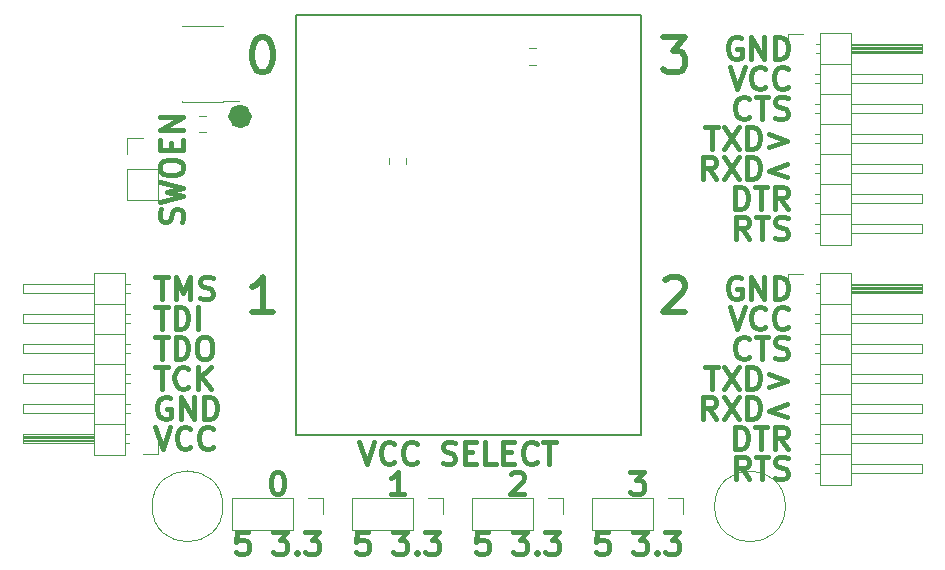
<source format=gbr>
G04 #@! TF.GenerationSoftware,KiCad,Pcbnew,5.1.7-a382d34a8~88~ubuntu20.04.1*
G04 #@! TF.CreationDate,2021-06-05T17:46:56-07:00*
G04 #@! TF.ProjectId,ft4232h-breakout,66743432-3332-4682-9d62-7265616b6f75,Jun2021*
G04 #@! TF.SameCoordinates,Original*
G04 #@! TF.FileFunction,Legend,Top*
G04 #@! TF.FilePolarity,Positive*
%FSLAX46Y46*%
G04 Gerber Fmt 4.6, Leading zero omitted, Abs format (unit mm)*
G04 Created by KiCad (PCBNEW 5.1.7-a382d34a8~88~ubuntu20.04.1) date 2021-06-05 17:46:56*
%MOMM*%
%LPD*%
G01*
G04 APERTURE LIST*
%ADD10C,0.400000*%
%ADD11C,1.000000*%
%ADD12C,0.500000*%
%ADD13C,0.120000*%
%ADD14C,0.200000*%
G04 APERTURE END LIST*
D10*
X90736190Y-118339523D02*
X91369523Y-120239523D01*
X92002857Y-118339523D01*
X93721904Y-120058571D02*
X93631428Y-120149047D01*
X93360000Y-120239523D01*
X93179047Y-120239523D01*
X92907619Y-120149047D01*
X92726666Y-119968095D01*
X92636190Y-119787142D01*
X92545714Y-119425238D01*
X92545714Y-119153809D01*
X92636190Y-118791904D01*
X92726666Y-118610952D01*
X92907619Y-118430000D01*
X93179047Y-118339523D01*
X93360000Y-118339523D01*
X93631428Y-118430000D01*
X93721904Y-118520476D01*
X95621904Y-120058571D02*
X95531428Y-120149047D01*
X95260000Y-120239523D01*
X95079047Y-120239523D01*
X94807619Y-120149047D01*
X94626666Y-119968095D01*
X94536190Y-119787142D01*
X94445714Y-119425238D01*
X94445714Y-119153809D01*
X94536190Y-118791904D01*
X94626666Y-118610952D01*
X94807619Y-118430000D01*
X95079047Y-118339523D01*
X95260000Y-118339523D01*
X95531428Y-118430000D01*
X95621904Y-118520476D01*
X97793333Y-120149047D02*
X98064761Y-120239523D01*
X98517142Y-120239523D01*
X98698095Y-120149047D01*
X98788571Y-120058571D01*
X98879047Y-119877619D01*
X98879047Y-119696666D01*
X98788571Y-119515714D01*
X98698095Y-119425238D01*
X98517142Y-119334761D01*
X98155238Y-119244285D01*
X97974285Y-119153809D01*
X97883809Y-119063333D01*
X97793333Y-118882380D01*
X97793333Y-118701428D01*
X97883809Y-118520476D01*
X97974285Y-118430000D01*
X98155238Y-118339523D01*
X98607619Y-118339523D01*
X98879047Y-118430000D01*
X99693333Y-119244285D02*
X100326666Y-119244285D01*
X100598095Y-120239523D02*
X99693333Y-120239523D01*
X99693333Y-118339523D01*
X100598095Y-118339523D01*
X102317142Y-120239523D02*
X101412380Y-120239523D01*
X101412380Y-118339523D01*
X102950476Y-119244285D02*
X103583809Y-119244285D01*
X103855238Y-120239523D02*
X102950476Y-120239523D01*
X102950476Y-118339523D01*
X103855238Y-118339523D01*
X105755238Y-120058571D02*
X105664761Y-120149047D01*
X105393333Y-120239523D01*
X105212380Y-120239523D01*
X104940952Y-120149047D01*
X104760000Y-119968095D01*
X104669523Y-119787142D01*
X104579047Y-119425238D01*
X104579047Y-119153809D01*
X104669523Y-118791904D01*
X104760000Y-118610952D01*
X104940952Y-118430000D01*
X105212380Y-118339523D01*
X105393333Y-118339523D01*
X105664761Y-118430000D01*
X105755238Y-118520476D01*
X106298095Y-118339523D02*
X107383809Y-118339523D01*
X106840952Y-120239523D02*
X106840952Y-118339523D01*
X75699047Y-99728571D02*
X75789523Y-99457142D01*
X75789523Y-99004761D01*
X75699047Y-98823809D01*
X75608571Y-98733333D01*
X75427619Y-98642857D01*
X75246666Y-98642857D01*
X75065714Y-98733333D01*
X74975238Y-98823809D01*
X74884761Y-99004761D01*
X74794285Y-99366666D01*
X74703809Y-99547619D01*
X74613333Y-99638095D01*
X74432380Y-99728571D01*
X74251428Y-99728571D01*
X74070476Y-99638095D01*
X73980000Y-99547619D01*
X73889523Y-99366666D01*
X73889523Y-98914285D01*
X73980000Y-98642857D01*
X73889523Y-98009523D02*
X75789523Y-97557142D01*
X74432380Y-97195238D01*
X75789523Y-96833333D01*
X73889523Y-96380952D01*
X73889523Y-95295238D02*
X73889523Y-94933333D01*
X73980000Y-94752380D01*
X74160952Y-94571428D01*
X74522857Y-94480952D01*
X75156190Y-94480952D01*
X75518095Y-94571428D01*
X75699047Y-94752380D01*
X75789523Y-94933333D01*
X75789523Y-95295238D01*
X75699047Y-95476190D01*
X75518095Y-95657142D01*
X75156190Y-95747619D01*
X74522857Y-95747619D01*
X74160952Y-95657142D01*
X73980000Y-95476190D01*
X73889523Y-95295238D01*
X74794285Y-93666666D02*
X74794285Y-93033333D01*
X75789523Y-92761904D02*
X75789523Y-93666666D01*
X73889523Y-93666666D01*
X73889523Y-92761904D01*
X75789523Y-91947619D02*
X73889523Y-91947619D01*
X75789523Y-90861904D01*
X73889523Y-90861904D01*
D11*
X81145000Y-90805000D02*
G75*
G03*
X81145000Y-90805000I-500000J0D01*
G01*
D12*
X82407142Y-84082142D02*
X82692857Y-84082142D01*
X82978571Y-84225000D01*
X83121428Y-84367857D01*
X83264285Y-84653571D01*
X83407142Y-85225000D01*
X83407142Y-85939285D01*
X83264285Y-86510714D01*
X83121428Y-86796428D01*
X82978571Y-86939285D01*
X82692857Y-87082142D01*
X82407142Y-87082142D01*
X82121428Y-86939285D01*
X81978571Y-86796428D01*
X81835714Y-86510714D01*
X81692857Y-85939285D01*
X81692857Y-85225000D01*
X81835714Y-84653571D01*
X81978571Y-84367857D01*
X82121428Y-84225000D01*
X82407142Y-84082142D01*
X83407142Y-107402142D02*
X81692857Y-107402142D01*
X82550000Y-107402142D02*
X82550000Y-104402142D01*
X82264285Y-104830714D01*
X81978571Y-105116428D01*
X81692857Y-105259285D01*
D10*
X73465952Y-117069523D02*
X74099285Y-118969523D01*
X74732619Y-117069523D01*
X76451666Y-118788571D02*
X76361190Y-118879047D01*
X76089761Y-118969523D01*
X75908809Y-118969523D01*
X75637380Y-118879047D01*
X75456428Y-118698095D01*
X75365952Y-118517142D01*
X75275476Y-118155238D01*
X75275476Y-117883809D01*
X75365952Y-117521904D01*
X75456428Y-117340952D01*
X75637380Y-117160000D01*
X75908809Y-117069523D01*
X76089761Y-117069523D01*
X76361190Y-117160000D01*
X76451666Y-117250476D01*
X78351666Y-118788571D02*
X78261190Y-118879047D01*
X77989761Y-118969523D01*
X77808809Y-118969523D01*
X77537380Y-118879047D01*
X77356428Y-118698095D01*
X77265952Y-118517142D01*
X77175476Y-118155238D01*
X77175476Y-117883809D01*
X77265952Y-117521904D01*
X77356428Y-117340952D01*
X77537380Y-117160000D01*
X77808809Y-117069523D01*
X77989761Y-117069523D01*
X78261190Y-117160000D01*
X78351666Y-117250476D01*
X74732619Y-114620000D02*
X74551666Y-114529523D01*
X74280238Y-114529523D01*
X74008809Y-114620000D01*
X73827857Y-114800952D01*
X73737380Y-114981904D01*
X73646904Y-115343809D01*
X73646904Y-115615238D01*
X73737380Y-115977142D01*
X73827857Y-116158095D01*
X74008809Y-116339047D01*
X74280238Y-116429523D01*
X74461190Y-116429523D01*
X74732619Y-116339047D01*
X74823095Y-116248571D01*
X74823095Y-115615238D01*
X74461190Y-115615238D01*
X75637380Y-116429523D02*
X75637380Y-114529523D01*
X76723095Y-116429523D01*
X76723095Y-114529523D01*
X77627857Y-116429523D02*
X77627857Y-114529523D01*
X78080238Y-114529523D01*
X78351666Y-114620000D01*
X78532619Y-114800952D01*
X78623095Y-114981904D01*
X78713571Y-115343809D01*
X78713571Y-115615238D01*
X78623095Y-115977142D01*
X78532619Y-116158095D01*
X78351666Y-116339047D01*
X78080238Y-116429523D01*
X77627857Y-116429523D01*
X73465952Y-111989523D02*
X74551666Y-111989523D01*
X74008809Y-113889523D02*
X74008809Y-111989523D01*
X76270714Y-113708571D02*
X76180238Y-113799047D01*
X75908809Y-113889523D01*
X75727857Y-113889523D01*
X75456428Y-113799047D01*
X75275476Y-113618095D01*
X75185000Y-113437142D01*
X75094523Y-113075238D01*
X75094523Y-112803809D01*
X75185000Y-112441904D01*
X75275476Y-112260952D01*
X75456428Y-112080000D01*
X75727857Y-111989523D01*
X75908809Y-111989523D01*
X76180238Y-112080000D01*
X76270714Y-112170476D01*
X77085000Y-113889523D02*
X77085000Y-111989523D01*
X78170714Y-113889523D02*
X77356428Y-112803809D01*
X78170714Y-111989523D02*
X77085000Y-113075238D01*
X73465952Y-109449523D02*
X74551666Y-109449523D01*
X74008809Y-111349523D02*
X74008809Y-109449523D01*
X75185000Y-111349523D02*
X75185000Y-109449523D01*
X75637380Y-109449523D01*
X75908809Y-109540000D01*
X76089761Y-109720952D01*
X76180238Y-109901904D01*
X76270714Y-110263809D01*
X76270714Y-110535238D01*
X76180238Y-110897142D01*
X76089761Y-111078095D01*
X75908809Y-111259047D01*
X75637380Y-111349523D01*
X75185000Y-111349523D01*
X77446904Y-109449523D02*
X77808809Y-109449523D01*
X77989761Y-109540000D01*
X78170714Y-109720952D01*
X78261190Y-110082857D01*
X78261190Y-110716190D01*
X78170714Y-111078095D01*
X77989761Y-111259047D01*
X77808809Y-111349523D01*
X77446904Y-111349523D01*
X77265952Y-111259047D01*
X77085000Y-111078095D01*
X76994523Y-110716190D01*
X76994523Y-110082857D01*
X77085000Y-109720952D01*
X77265952Y-109540000D01*
X77446904Y-109449523D01*
X73465952Y-106909523D02*
X74551666Y-106909523D01*
X74008809Y-108809523D02*
X74008809Y-106909523D01*
X75185000Y-108809523D02*
X75185000Y-106909523D01*
X75637380Y-106909523D01*
X75908809Y-107000000D01*
X76089761Y-107180952D01*
X76180238Y-107361904D01*
X76270714Y-107723809D01*
X76270714Y-107995238D01*
X76180238Y-108357142D01*
X76089761Y-108538095D01*
X75908809Y-108719047D01*
X75637380Y-108809523D01*
X75185000Y-108809523D01*
X77085000Y-108809523D02*
X77085000Y-106909523D01*
X73465952Y-104369523D02*
X74551666Y-104369523D01*
X74008809Y-106269523D02*
X74008809Y-104369523D01*
X75185000Y-106269523D02*
X75185000Y-104369523D01*
X75818333Y-105726666D01*
X76451666Y-104369523D01*
X76451666Y-106269523D01*
X77265952Y-106179047D02*
X77537380Y-106269523D01*
X77989761Y-106269523D01*
X78170714Y-106179047D01*
X78261190Y-106088571D01*
X78351666Y-105907619D01*
X78351666Y-105726666D01*
X78261190Y-105545714D01*
X78170714Y-105455238D01*
X77989761Y-105364761D01*
X77627857Y-105274285D01*
X77446904Y-105183809D01*
X77356428Y-105093333D01*
X77265952Y-104912380D01*
X77265952Y-104731428D01*
X77356428Y-104550476D01*
X77446904Y-104460000D01*
X77627857Y-104369523D01*
X78080238Y-104369523D01*
X78351666Y-104460000D01*
D12*
X116617857Y-104687857D02*
X116760714Y-104545000D01*
X117046428Y-104402142D01*
X117760714Y-104402142D01*
X118046428Y-104545000D01*
X118189285Y-104687857D01*
X118332142Y-104973571D01*
X118332142Y-105259285D01*
X118189285Y-105687857D01*
X116475000Y-107402142D01*
X118332142Y-107402142D01*
X116475000Y-84082142D02*
X118332142Y-84082142D01*
X117332142Y-85225000D01*
X117760714Y-85225000D01*
X118046428Y-85367857D01*
X118189285Y-85510714D01*
X118332142Y-85796428D01*
X118332142Y-86510714D01*
X118189285Y-86796428D01*
X118046428Y-86939285D01*
X117760714Y-87082142D01*
X116903571Y-87082142D01*
X116617857Y-86939285D01*
X116475000Y-86796428D01*
D10*
X113666666Y-120879523D02*
X114842857Y-120879523D01*
X114209523Y-121603333D01*
X114480952Y-121603333D01*
X114661904Y-121693809D01*
X114752380Y-121784285D01*
X114842857Y-121965238D01*
X114842857Y-122417619D01*
X114752380Y-122598571D01*
X114661904Y-122689047D01*
X114480952Y-122779523D01*
X113938095Y-122779523D01*
X113757142Y-122689047D01*
X113666666Y-122598571D01*
X103597142Y-121060476D02*
X103687619Y-120970000D01*
X103868571Y-120879523D01*
X104320952Y-120879523D01*
X104501904Y-120970000D01*
X104592380Y-121060476D01*
X104682857Y-121241428D01*
X104682857Y-121422380D01*
X104592380Y-121693809D01*
X103506666Y-122779523D01*
X104682857Y-122779523D01*
X94522857Y-122779523D02*
X93437142Y-122779523D01*
X93980000Y-122779523D02*
X93980000Y-120879523D01*
X93799047Y-121150952D01*
X93618095Y-121331904D01*
X93437142Y-121422380D01*
X83729523Y-120879523D02*
X83910476Y-120879523D01*
X84091428Y-120970000D01*
X84181904Y-121060476D01*
X84272380Y-121241428D01*
X84362857Y-121603333D01*
X84362857Y-122055714D01*
X84272380Y-122417619D01*
X84181904Y-122598571D01*
X84091428Y-122689047D01*
X83910476Y-122779523D01*
X83729523Y-122779523D01*
X83548571Y-122689047D01*
X83458095Y-122598571D01*
X83367619Y-122417619D01*
X83277142Y-122055714D01*
X83277142Y-121603333D01*
X83367619Y-121241428D01*
X83458095Y-121060476D01*
X83548571Y-120970000D01*
X83729523Y-120879523D01*
X111766666Y-125959523D02*
X110861904Y-125959523D01*
X110771428Y-126864285D01*
X110861904Y-126773809D01*
X111042857Y-126683333D01*
X111495238Y-126683333D01*
X111676190Y-126773809D01*
X111766666Y-126864285D01*
X111857142Y-127045238D01*
X111857142Y-127497619D01*
X111766666Y-127678571D01*
X111676190Y-127769047D01*
X111495238Y-127859523D01*
X111042857Y-127859523D01*
X110861904Y-127769047D01*
X110771428Y-127678571D01*
X113938095Y-125959523D02*
X115114285Y-125959523D01*
X114480952Y-126683333D01*
X114752380Y-126683333D01*
X114933333Y-126773809D01*
X115023809Y-126864285D01*
X115114285Y-127045238D01*
X115114285Y-127497619D01*
X115023809Y-127678571D01*
X114933333Y-127769047D01*
X114752380Y-127859523D01*
X114209523Y-127859523D01*
X114028571Y-127769047D01*
X113938095Y-127678571D01*
X115928571Y-127678571D02*
X116019047Y-127769047D01*
X115928571Y-127859523D01*
X115838095Y-127769047D01*
X115928571Y-127678571D01*
X115928571Y-127859523D01*
X116652380Y-125959523D02*
X117828571Y-125959523D01*
X117195238Y-126683333D01*
X117466666Y-126683333D01*
X117647619Y-126773809D01*
X117738095Y-126864285D01*
X117828571Y-127045238D01*
X117828571Y-127497619D01*
X117738095Y-127678571D01*
X117647619Y-127769047D01*
X117466666Y-127859523D01*
X116923809Y-127859523D01*
X116742857Y-127769047D01*
X116652380Y-127678571D01*
X101606666Y-125959523D02*
X100701904Y-125959523D01*
X100611428Y-126864285D01*
X100701904Y-126773809D01*
X100882857Y-126683333D01*
X101335238Y-126683333D01*
X101516190Y-126773809D01*
X101606666Y-126864285D01*
X101697142Y-127045238D01*
X101697142Y-127497619D01*
X101606666Y-127678571D01*
X101516190Y-127769047D01*
X101335238Y-127859523D01*
X100882857Y-127859523D01*
X100701904Y-127769047D01*
X100611428Y-127678571D01*
X103778095Y-125959523D02*
X104954285Y-125959523D01*
X104320952Y-126683333D01*
X104592380Y-126683333D01*
X104773333Y-126773809D01*
X104863809Y-126864285D01*
X104954285Y-127045238D01*
X104954285Y-127497619D01*
X104863809Y-127678571D01*
X104773333Y-127769047D01*
X104592380Y-127859523D01*
X104049523Y-127859523D01*
X103868571Y-127769047D01*
X103778095Y-127678571D01*
X105768571Y-127678571D02*
X105859047Y-127769047D01*
X105768571Y-127859523D01*
X105678095Y-127769047D01*
X105768571Y-127678571D01*
X105768571Y-127859523D01*
X106492380Y-125959523D02*
X107668571Y-125959523D01*
X107035238Y-126683333D01*
X107306666Y-126683333D01*
X107487619Y-126773809D01*
X107578095Y-126864285D01*
X107668571Y-127045238D01*
X107668571Y-127497619D01*
X107578095Y-127678571D01*
X107487619Y-127769047D01*
X107306666Y-127859523D01*
X106763809Y-127859523D01*
X106582857Y-127769047D01*
X106492380Y-127678571D01*
X91446666Y-125959523D02*
X90541904Y-125959523D01*
X90451428Y-126864285D01*
X90541904Y-126773809D01*
X90722857Y-126683333D01*
X91175238Y-126683333D01*
X91356190Y-126773809D01*
X91446666Y-126864285D01*
X91537142Y-127045238D01*
X91537142Y-127497619D01*
X91446666Y-127678571D01*
X91356190Y-127769047D01*
X91175238Y-127859523D01*
X90722857Y-127859523D01*
X90541904Y-127769047D01*
X90451428Y-127678571D01*
X93618095Y-125959523D02*
X94794285Y-125959523D01*
X94160952Y-126683333D01*
X94432380Y-126683333D01*
X94613333Y-126773809D01*
X94703809Y-126864285D01*
X94794285Y-127045238D01*
X94794285Y-127497619D01*
X94703809Y-127678571D01*
X94613333Y-127769047D01*
X94432380Y-127859523D01*
X93889523Y-127859523D01*
X93708571Y-127769047D01*
X93618095Y-127678571D01*
X95608571Y-127678571D02*
X95699047Y-127769047D01*
X95608571Y-127859523D01*
X95518095Y-127769047D01*
X95608571Y-127678571D01*
X95608571Y-127859523D01*
X96332380Y-125959523D02*
X97508571Y-125959523D01*
X96875238Y-126683333D01*
X97146666Y-126683333D01*
X97327619Y-126773809D01*
X97418095Y-126864285D01*
X97508571Y-127045238D01*
X97508571Y-127497619D01*
X97418095Y-127678571D01*
X97327619Y-127769047D01*
X97146666Y-127859523D01*
X96603809Y-127859523D01*
X96422857Y-127769047D01*
X96332380Y-127678571D01*
X81286666Y-125959523D02*
X80381904Y-125959523D01*
X80291428Y-126864285D01*
X80381904Y-126773809D01*
X80562857Y-126683333D01*
X81015238Y-126683333D01*
X81196190Y-126773809D01*
X81286666Y-126864285D01*
X81377142Y-127045238D01*
X81377142Y-127497619D01*
X81286666Y-127678571D01*
X81196190Y-127769047D01*
X81015238Y-127859523D01*
X80562857Y-127859523D01*
X80381904Y-127769047D01*
X80291428Y-127678571D01*
X83458095Y-125959523D02*
X84634285Y-125959523D01*
X84000952Y-126683333D01*
X84272380Y-126683333D01*
X84453333Y-126773809D01*
X84543809Y-126864285D01*
X84634285Y-127045238D01*
X84634285Y-127497619D01*
X84543809Y-127678571D01*
X84453333Y-127769047D01*
X84272380Y-127859523D01*
X83729523Y-127859523D01*
X83548571Y-127769047D01*
X83458095Y-127678571D01*
X85448571Y-127678571D02*
X85539047Y-127769047D01*
X85448571Y-127859523D01*
X85358095Y-127769047D01*
X85448571Y-127678571D01*
X85448571Y-127859523D01*
X86172380Y-125959523D02*
X87348571Y-125959523D01*
X86715238Y-126683333D01*
X86986666Y-126683333D01*
X87167619Y-126773809D01*
X87258095Y-126864285D01*
X87348571Y-127045238D01*
X87348571Y-127497619D01*
X87258095Y-127678571D01*
X87167619Y-127769047D01*
X86986666Y-127859523D01*
X86443809Y-127859523D01*
X86262857Y-127769047D01*
X86172380Y-127678571D01*
X122127380Y-106909523D02*
X122760714Y-108809523D01*
X123394047Y-106909523D01*
X125113095Y-108628571D02*
X125022619Y-108719047D01*
X124751190Y-108809523D01*
X124570238Y-108809523D01*
X124298809Y-108719047D01*
X124117857Y-108538095D01*
X124027380Y-108357142D01*
X123936904Y-107995238D01*
X123936904Y-107723809D01*
X124027380Y-107361904D01*
X124117857Y-107180952D01*
X124298809Y-107000000D01*
X124570238Y-106909523D01*
X124751190Y-106909523D01*
X125022619Y-107000000D01*
X125113095Y-107090476D01*
X127013095Y-108628571D02*
X126922619Y-108719047D01*
X126651190Y-108809523D01*
X126470238Y-108809523D01*
X126198809Y-108719047D01*
X126017857Y-108538095D01*
X125927380Y-108357142D01*
X125836904Y-107995238D01*
X125836904Y-107723809D01*
X125927380Y-107361904D01*
X126017857Y-107180952D01*
X126198809Y-107000000D01*
X126470238Y-106909523D01*
X126651190Y-106909523D01*
X126922619Y-107000000D01*
X127013095Y-107090476D01*
X123755952Y-121509523D02*
X123122619Y-120604761D01*
X122670238Y-121509523D02*
X122670238Y-119609523D01*
X123394047Y-119609523D01*
X123575000Y-119700000D01*
X123665476Y-119790476D01*
X123755952Y-119971428D01*
X123755952Y-120242857D01*
X123665476Y-120423809D01*
X123575000Y-120514285D01*
X123394047Y-120604761D01*
X122670238Y-120604761D01*
X124298809Y-119609523D02*
X125384523Y-119609523D01*
X124841666Y-121509523D02*
X124841666Y-119609523D01*
X125927380Y-121419047D02*
X126198809Y-121509523D01*
X126651190Y-121509523D01*
X126832142Y-121419047D01*
X126922619Y-121328571D01*
X127013095Y-121147619D01*
X127013095Y-120966666D01*
X126922619Y-120785714D01*
X126832142Y-120695238D01*
X126651190Y-120604761D01*
X126289285Y-120514285D01*
X126108333Y-120423809D01*
X126017857Y-120333333D01*
X125927380Y-120152380D01*
X125927380Y-119971428D01*
X126017857Y-119790476D01*
X126108333Y-119700000D01*
X126289285Y-119609523D01*
X126741666Y-119609523D01*
X127013095Y-119700000D01*
X120951190Y-116429523D02*
X120317857Y-115524761D01*
X119865476Y-116429523D02*
X119865476Y-114529523D01*
X120589285Y-114529523D01*
X120770238Y-114620000D01*
X120860714Y-114710476D01*
X120951190Y-114891428D01*
X120951190Y-115162857D01*
X120860714Y-115343809D01*
X120770238Y-115434285D01*
X120589285Y-115524761D01*
X119865476Y-115524761D01*
X121584523Y-114529523D02*
X122851190Y-116429523D01*
X122851190Y-114529523D02*
X121584523Y-116429523D01*
X123575000Y-116429523D02*
X123575000Y-114529523D01*
X124027380Y-114529523D01*
X124298809Y-114620000D01*
X124479761Y-114800952D01*
X124570238Y-114981904D01*
X124660714Y-115343809D01*
X124660714Y-115615238D01*
X124570238Y-115977142D01*
X124479761Y-116158095D01*
X124298809Y-116339047D01*
X124027380Y-116429523D01*
X123575000Y-116429523D01*
X126922619Y-115162857D02*
X125475000Y-115705714D01*
X126922619Y-116248571D01*
X123755952Y-111168571D02*
X123665476Y-111259047D01*
X123394047Y-111349523D01*
X123213095Y-111349523D01*
X122941666Y-111259047D01*
X122760714Y-111078095D01*
X122670238Y-110897142D01*
X122579761Y-110535238D01*
X122579761Y-110263809D01*
X122670238Y-109901904D01*
X122760714Y-109720952D01*
X122941666Y-109540000D01*
X123213095Y-109449523D01*
X123394047Y-109449523D01*
X123665476Y-109540000D01*
X123755952Y-109630476D01*
X124298809Y-109449523D02*
X125384523Y-109449523D01*
X124841666Y-111349523D02*
X124841666Y-109449523D01*
X125927380Y-111259047D02*
X126198809Y-111349523D01*
X126651190Y-111349523D01*
X126832142Y-111259047D01*
X126922619Y-111168571D01*
X127013095Y-110987619D01*
X127013095Y-110806666D01*
X126922619Y-110625714D01*
X126832142Y-110535238D01*
X126651190Y-110444761D01*
X126289285Y-110354285D01*
X126108333Y-110263809D01*
X126017857Y-110173333D01*
X125927380Y-109992380D01*
X125927380Y-109811428D01*
X126017857Y-109630476D01*
X126108333Y-109540000D01*
X126289285Y-109449523D01*
X126741666Y-109449523D01*
X127013095Y-109540000D01*
X123032142Y-104460000D02*
X122851190Y-104369523D01*
X122579761Y-104369523D01*
X122308333Y-104460000D01*
X122127380Y-104640952D01*
X122036904Y-104821904D01*
X121946428Y-105183809D01*
X121946428Y-105455238D01*
X122036904Y-105817142D01*
X122127380Y-105998095D01*
X122308333Y-106179047D01*
X122579761Y-106269523D01*
X122760714Y-106269523D01*
X123032142Y-106179047D01*
X123122619Y-106088571D01*
X123122619Y-105455238D01*
X122760714Y-105455238D01*
X123936904Y-106269523D02*
X123936904Y-104369523D01*
X125022619Y-106269523D01*
X125022619Y-104369523D01*
X125927380Y-106269523D02*
X125927380Y-104369523D01*
X126379761Y-104369523D01*
X126651190Y-104460000D01*
X126832142Y-104640952D01*
X126922619Y-104821904D01*
X127013095Y-105183809D01*
X127013095Y-105455238D01*
X126922619Y-105817142D01*
X126832142Y-105998095D01*
X126651190Y-106179047D01*
X126379761Y-106269523D01*
X125927380Y-106269523D01*
X120046428Y-111989523D02*
X121132142Y-111989523D01*
X120589285Y-113889523D02*
X120589285Y-111989523D01*
X121584523Y-111989523D02*
X122851190Y-113889523D01*
X122851190Y-111989523D02*
X121584523Y-113889523D01*
X123575000Y-113889523D02*
X123575000Y-111989523D01*
X124027380Y-111989523D01*
X124298809Y-112080000D01*
X124479761Y-112260952D01*
X124570238Y-112441904D01*
X124660714Y-112803809D01*
X124660714Y-113075238D01*
X124570238Y-113437142D01*
X124479761Y-113618095D01*
X124298809Y-113799047D01*
X124027380Y-113889523D01*
X123575000Y-113889523D01*
X125475000Y-112622857D02*
X126922619Y-113165714D01*
X125475000Y-113708571D01*
X122579761Y-118969523D02*
X122579761Y-117069523D01*
X123032142Y-117069523D01*
X123303571Y-117160000D01*
X123484523Y-117340952D01*
X123575000Y-117521904D01*
X123665476Y-117883809D01*
X123665476Y-118155238D01*
X123575000Y-118517142D01*
X123484523Y-118698095D01*
X123303571Y-118879047D01*
X123032142Y-118969523D01*
X122579761Y-118969523D01*
X124208333Y-117069523D02*
X125294047Y-117069523D01*
X124751190Y-118969523D02*
X124751190Y-117069523D01*
X127013095Y-118969523D02*
X126379761Y-118064761D01*
X125927380Y-118969523D02*
X125927380Y-117069523D01*
X126651190Y-117069523D01*
X126832142Y-117160000D01*
X126922619Y-117250476D01*
X127013095Y-117431428D01*
X127013095Y-117702857D01*
X126922619Y-117883809D01*
X126832142Y-117974285D01*
X126651190Y-118064761D01*
X125927380Y-118064761D01*
X123032142Y-84140000D02*
X122851190Y-84049523D01*
X122579761Y-84049523D01*
X122308333Y-84140000D01*
X122127380Y-84320952D01*
X122036904Y-84501904D01*
X121946428Y-84863809D01*
X121946428Y-85135238D01*
X122036904Y-85497142D01*
X122127380Y-85678095D01*
X122308333Y-85859047D01*
X122579761Y-85949523D01*
X122760714Y-85949523D01*
X123032142Y-85859047D01*
X123122619Y-85768571D01*
X123122619Y-85135238D01*
X122760714Y-85135238D01*
X123936904Y-85949523D02*
X123936904Y-84049523D01*
X125022619Y-85949523D01*
X125022619Y-84049523D01*
X125927380Y-85949523D02*
X125927380Y-84049523D01*
X126379761Y-84049523D01*
X126651190Y-84140000D01*
X126832142Y-84320952D01*
X126922619Y-84501904D01*
X127013095Y-84863809D01*
X127013095Y-85135238D01*
X126922619Y-85497142D01*
X126832142Y-85678095D01*
X126651190Y-85859047D01*
X126379761Y-85949523D01*
X125927380Y-85949523D01*
X122127380Y-86589523D02*
X122760714Y-88489523D01*
X123394047Y-86589523D01*
X125113095Y-88308571D02*
X125022619Y-88399047D01*
X124751190Y-88489523D01*
X124570238Y-88489523D01*
X124298809Y-88399047D01*
X124117857Y-88218095D01*
X124027380Y-88037142D01*
X123936904Y-87675238D01*
X123936904Y-87403809D01*
X124027380Y-87041904D01*
X124117857Y-86860952D01*
X124298809Y-86680000D01*
X124570238Y-86589523D01*
X124751190Y-86589523D01*
X125022619Y-86680000D01*
X125113095Y-86770476D01*
X127013095Y-88308571D02*
X126922619Y-88399047D01*
X126651190Y-88489523D01*
X126470238Y-88489523D01*
X126198809Y-88399047D01*
X126017857Y-88218095D01*
X125927380Y-88037142D01*
X125836904Y-87675238D01*
X125836904Y-87403809D01*
X125927380Y-87041904D01*
X126017857Y-86860952D01*
X126198809Y-86680000D01*
X126470238Y-86589523D01*
X126651190Y-86589523D01*
X126922619Y-86680000D01*
X127013095Y-86770476D01*
X123755952Y-101189523D02*
X123122619Y-100284761D01*
X122670238Y-101189523D02*
X122670238Y-99289523D01*
X123394047Y-99289523D01*
X123575000Y-99380000D01*
X123665476Y-99470476D01*
X123755952Y-99651428D01*
X123755952Y-99922857D01*
X123665476Y-100103809D01*
X123575000Y-100194285D01*
X123394047Y-100284761D01*
X122670238Y-100284761D01*
X124298809Y-99289523D02*
X125384523Y-99289523D01*
X124841666Y-101189523D02*
X124841666Y-99289523D01*
X125927380Y-101099047D02*
X126198809Y-101189523D01*
X126651190Y-101189523D01*
X126832142Y-101099047D01*
X126922619Y-101008571D01*
X127013095Y-100827619D01*
X127013095Y-100646666D01*
X126922619Y-100465714D01*
X126832142Y-100375238D01*
X126651190Y-100284761D01*
X126289285Y-100194285D01*
X126108333Y-100103809D01*
X126017857Y-100013333D01*
X125927380Y-99832380D01*
X125927380Y-99651428D01*
X126017857Y-99470476D01*
X126108333Y-99380000D01*
X126289285Y-99289523D01*
X126741666Y-99289523D01*
X127013095Y-99380000D01*
X122579761Y-98649523D02*
X122579761Y-96749523D01*
X123032142Y-96749523D01*
X123303571Y-96840000D01*
X123484523Y-97020952D01*
X123575000Y-97201904D01*
X123665476Y-97563809D01*
X123665476Y-97835238D01*
X123575000Y-98197142D01*
X123484523Y-98378095D01*
X123303571Y-98559047D01*
X123032142Y-98649523D01*
X122579761Y-98649523D01*
X124208333Y-96749523D02*
X125294047Y-96749523D01*
X124751190Y-98649523D02*
X124751190Y-96749523D01*
X127013095Y-98649523D02*
X126379761Y-97744761D01*
X125927380Y-98649523D02*
X125927380Y-96749523D01*
X126651190Y-96749523D01*
X126832142Y-96840000D01*
X126922619Y-96930476D01*
X127013095Y-97111428D01*
X127013095Y-97382857D01*
X126922619Y-97563809D01*
X126832142Y-97654285D01*
X126651190Y-97744761D01*
X125927380Y-97744761D01*
X120951190Y-96109523D02*
X120317857Y-95204761D01*
X119865476Y-96109523D02*
X119865476Y-94209523D01*
X120589285Y-94209523D01*
X120770238Y-94300000D01*
X120860714Y-94390476D01*
X120951190Y-94571428D01*
X120951190Y-94842857D01*
X120860714Y-95023809D01*
X120770238Y-95114285D01*
X120589285Y-95204761D01*
X119865476Y-95204761D01*
X121584523Y-94209523D02*
X122851190Y-96109523D01*
X122851190Y-94209523D02*
X121584523Y-96109523D01*
X123575000Y-96109523D02*
X123575000Y-94209523D01*
X124027380Y-94209523D01*
X124298809Y-94300000D01*
X124479761Y-94480952D01*
X124570238Y-94661904D01*
X124660714Y-95023809D01*
X124660714Y-95295238D01*
X124570238Y-95657142D01*
X124479761Y-95838095D01*
X124298809Y-96019047D01*
X124027380Y-96109523D01*
X123575000Y-96109523D01*
X126922619Y-94842857D02*
X125475000Y-95385714D01*
X126922619Y-95928571D01*
X120046428Y-91669523D02*
X121132142Y-91669523D01*
X120589285Y-93569523D02*
X120589285Y-91669523D01*
X121584523Y-91669523D02*
X122851190Y-93569523D01*
X122851190Y-91669523D02*
X121584523Y-93569523D01*
X123575000Y-93569523D02*
X123575000Y-91669523D01*
X124027380Y-91669523D01*
X124298809Y-91760000D01*
X124479761Y-91940952D01*
X124570238Y-92121904D01*
X124660714Y-92483809D01*
X124660714Y-92755238D01*
X124570238Y-93117142D01*
X124479761Y-93298095D01*
X124298809Y-93479047D01*
X124027380Y-93569523D01*
X123575000Y-93569523D01*
X125475000Y-92302857D02*
X126922619Y-92845714D01*
X125475000Y-93388571D01*
X123755952Y-90848571D02*
X123665476Y-90939047D01*
X123394047Y-91029523D01*
X123213095Y-91029523D01*
X122941666Y-90939047D01*
X122760714Y-90758095D01*
X122670238Y-90577142D01*
X122579761Y-90215238D01*
X122579761Y-89943809D01*
X122670238Y-89581904D01*
X122760714Y-89400952D01*
X122941666Y-89220000D01*
X123213095Y-89129523D01*
X123394047Y-89129523D01*
X123665476Y-89220000D01*
X123755952Y-89310476D01*
X124298809Y-89129523D02*
X125384523Y-89129523D01*
X124841666Y-91029523D02*
X124841666Y-89129523D01*
X125927380Y-90939047D02*
X126198809Y-91029523D01*
X126651190Y-91029523D01*
X126832142Y-90939047D01*
X126922619Y-90848571D01*
X127013095Y-90667619D01*
X127013095Y-90486666D01*
X126922619Y-90305714D01*
X126832142Y-90215238D01*
X126651190Y-90124761D01*
X126289285Y-90034285D01*
X126108333Y-89943809D01*
X126017857Y-89853333D01*
X125927380Y-89672380D01*
X125927380Y-89491428D01*
X126017857Y-89310476D01*
X126108333Y-89220000D01*
X126289285Y-89129523D01*
X126741666Y-89129523D01*
X127013095Y-89220000D01*
D13*
X126825000Y-123825000D02*
G75*
G03*
X126825000Y-123825000I-3000000J0D01*
G01*
X79200000Y-123825000D02*
G75*
G03*
X79200000Y-123825000I-3000000J0D01*
G01*
G04 #@! TO.C,R1*
X93270000Y-94873578D02*
X93270000Y-94356422D01*
X94690000Y-94873578D02*
X94690000Y-94356422D01*
G04 #@! TO.C,J9*
X71060000Y-92650000D02*
X72390000Y-92650000D01*
X71060000Y-93980000D02*
X71060000Y-92650000D01*
X71060000Y-95250000D02*
X73720000Y-95250000D01*
X73720000Y-95250000D02*
X73720000Y-97850000D01*
X71060000Y-95250000D02*
X71060000Y-97850000D01*
X71060000Y-97850000D02*
X73720000Y-97850000D01*
G04 #@! TO.C,J5*
X75705000Y-83190000D02*
X75705000Y-83125000D01*
X79235000Y-83190000D02*
X79235000Y-83125000D01*
X75705000Y-89595000D02*
X75705000Y-89530000D01*
X79235000Y-89595000D02*
X79235000Y-89530000D01*
X80560000Y-89530000D02*
X79235000Y-89530000D01*
X79235000Y-83125000D02*
X75705000Y-83125000D01*
X79235000Y-89595000D02*
X75705000Y-89595000D01*
D14*
G04 #@! TO.C,X1*
X114575000Y-82210000D02*
X85425000Y-82210000D01*
X114575000Y-117790000D02*
X85425000Y-117790000D01*
X114575000Y-117790000D02*
X114575000Y-82210000D01*
X85425000Y-117790000D02*
X85425000Y-82210000D01*
D13*
G04 #@! TO.C,J8*
X70950000Y-119440000D02*
X70950000Y-104080000D01*
X70950000Y-104080000D02*
X68290000Y-104080000D01*
X68290000Y-104080000D02*
X68290000Y-119440000D01*
X68290000Y-119440000D02*
X70950000Y-119440000D01*
X68290000Y-118490000D02*
X62290000Y-118490000D01*
X62290000Y-118490000D02*
X62290000Y-117730000D01*
X62290000Y-117730000D02*
X68290000Y-117730000D01*
X68290000Y-118430000D02*
X62290000Y-118430000D01*
X68290000Y-118310000D02*
X62290000Y-118310000D01*
X68290000Y-118190000D02*
X62290000Y-118190000D01*
X68290000Y-118070000D02*
X62290000Y-118070000D01*
X68290000Y-117950000D02*
X62290000Y-117950000D01*
X68290000Y-117830000D02*
X62290000Y-117830000D01*
X71280000Y-118490000D02*
X70950000Y-118490000D01*
X71280000Y-117730000D02*
X70950000Y-117730000D01*
X70950000Y-116840000D02*
X68290000Y-116840000D01*
X68290000Y-115950000D02*
X62290000Y-115950000D01*
X62290000Y-115950000D02*
X62290000Y-115190000D01*
X62290000Y-115190000D02*
X68290000Y-115190000D01*
X71347071Y-115950000D02*
X70950000Y-115950000D01*
X71347071Y-115190000D02*
X70950000Y-115190000D01*
X70950000Y-114300000D02*
X68290000Y-114300000D01*
X68290000Y-113410000D02*
X62290000Y-113410000D01*
X62290000Y-113410000D02*
X62290000Y-112650000D01*
X62290000Y-112650000D02*
X68290000Y-112650000D01*
X71347071Y-113410000D02*
X70950000Y-113410000D01*
X71347071Y-112650000D02*
X70950000Y-112650000D01*
X70950000Y-111760000D02*
X68290000Y-111760000D01*
X68290000Y-110870000D02*
X62290000Y-110870000D01*
X62290000Y-110870000D02*
X62290000Y-110110000D01*
X62290000Y-110110000D02*
X68290000Y-110110000D01*
X71347071Y-110870000D02*
X70950000Y-110870000D01*
X71347071Y-110110000D02*
X70950000Y-110110000D01*
X70950000Y-109220000D02*
X68290000Y-109220000D01*
X68290000Y-108330000D02*
X62290000Y-108330000D01*
X62290000Y-108330000D02*
X62290000Y-107570000D01*
X62290000Y-107570000D02*
X68290000Y-107570000D01*
X71347071Y-108330000D02*
X70950000Y-108330000D01*
X71347071Y-107570000D02*
X70950000Y-107570000D01*
X70950000Y-106680000D02*
X68290000Y-106680000D01*
X68290000Y-105790000D02*
X62290000Y-105790000D01*
X62290000Y-105790000D02*
X62290000Y-105030000D01*
X62290000Y-105030000D02*
X68290000Y-105030000D01*
X71347071Y-105790000D02*
X70950000Y-105790000D01*
X71347071Y-105030000D02*
X70950000Y-105030000D01*
X73660000Y-118110000D02*
X73660000Y-119380000D01*
X73660000Y-119380000D02*
X72390000Y-119380000D01*
G04 #@! TO.C,J7*
X127000000Y-104140000D02*
X128270000Y-104140000D01*
X127000000Y-105410000D02*
X127000000Y-104140000D01*
X129312929Y-121030000D02*
X129710000Y-121030000D01*
X129312929Y-120270000D02*
X129710000Y-120270000D01*
X138370000Y-121030000D02*
X132370000Y-121030000D01*
X138370000Y-120270000D02*
X138370000Y-121030000D01*
X132370000Y-120270000D02*
X138370000Y-120270000D01*
X129710000Y-119380000D02*
X132370000Y-119380000D01*
X129312929Y-118490000D02*
X129710000Y-118490000D01*
X129312929Y-117730000D02*
X129710000Y-117730000D01*
X138370000Y-118490000D02*
X132370000Y-118490000D01*
X138370000Y-117730000D02*
X138370000Y-118490000D01*
X132370000Y-117730000D02*
X138370000Y-117730000D01*
X129710000Y-116840000D02*
X132370000Y-116840000D01*
X129312929Y-115950000D02*
X129710000Y-115950000D01*
X129312929Y-115190000D02*
X129710000Y-115190000D01*
X138370000Y-115950000D02*
X132370000Y-115950000D01*
X138370000Y-115190000D02*
X138370000Y-115950000D01*
X132370000Y-115190000D02*
X138370000Y-115190000D01*
X129710000Y-114300000D02*
X132370000Y-114300000D01*
X129312929Y-113410000D02*
X129710000Y-113410000D01*
X129312929Y-112650000D02*
X129710000Y-112650000D01*
X138370000Y-113410000D02*
X132370000Y-113410000D01*
X138370000Y-112650000D02*
X138370000Y-113410000D01*
X132370000Y-112650000D02*
X138370000Y-112650000D01*
X129710000Y-111760000D02*
X132370000Y-111760000D01*
X129312929Y-110870000D02*
X129710000Y-110870000D01*
X129312929Y-110110000D02*
X129710000Y-110110000D01*
X138370000Y-110870000D02*
X132370000Y-110870000D01*
X138370000Y-110110000D02*
X138370000Y-110870000D01*
X132370000Y-110110000D02*
X138370000Y-110110000D01*
X129710000Y-109220000D02*
X132370000Y-109220000D01*
X129312929Y-108330000D02*
X129710000Y-108330000D01*
X129312929Y-107570000D02*
X129710000Y-107570000D01*
X138370000Y-108330000D02*
X132370000Y-108330000D01*
X138370000Y-107570000D02*
X138370000Y-108330000D01*
X132370000Y-107570000D02*
X138370000Y-107570000D01*
X129710000Y-106680000D02*
X132370000Y-106680000D01*
X129380000Y-105790000D02*
X129710000Y-105790000D01*
X129380000Y-105030000D02*
X129710000Y-105030000D01*
X132370000Y-105690000D02*
X138370000Y-105690000D01*
X132370000Y-105570000D02*
X138370000Y-105570000D01*
X132370000Y-105450000D02*
X138370000Y-105450000D01*
X132370000Y-105330000D02*
X138370000Y-105330000D01*
X132370000Y-105210000D02*
X138370000Y-105210000D01*
X132370000Y-105090000D02*
X138370000Y-105090000D01*
X138370000Y-105790000D02*
X132370000Y-105790000D01*
X138370000Y-105030000D02*
X138370000Y-105790000D01*
X132370000Y-105030000D02*
X138370000Y-105030000D01*
X132370000Y-104080000D02*
X129710000Y-104080000D01*
X132370000Y-121980000D02*
X132370000Y-104080000D01*
X129710000Y-121980000D02*
X132370000Y-121980000D01*
X129710000Y-104080000D02*
X129710000Y-121980000D01*
G04 #@! TO.C,J6*
X127000000Y-83820000D02*
X128270000Y-83820000D01*
X127000000Y-85090000D02*
X127000000Y-83820000D01*
X129312929Y-100710000D02*
X129710000Y-100710000D01*
X129312929Y-99950000D02*
X129710000Y-99950000D01*
X138370000Y-100710000D02*
X132370000Y-100710000D01*
X138370000Y-99950000D02*
X138370000Y-100710000D01*
X132370000Y-99950000D02*
X138370000Y-99950000D01*
X129710000Y-99060000D02*
X132370000Y-99060000D01*
X129312929Y-98170000D02*
X129710000Y-98170000D01*
X129312929Y-97410000D02*
X129710000Y-97410000D01*
X138370000Y-98170000D02*
X132370000Y-98170000D01*
X138370000Y-97410000D02*
X138370000Y-98170000D01*
X132370000Y-97410000D02*
X138370000Y-97410000D01*
X129710000Y-96520000D02*
X132370000Y-96520000D01*
X129312929Y-95630000D02*
X129710000Y-95630000D01*
X129312929Y-94870000D02*
X129710000Y-94870000D01*
X138370000Y-95630000D02*
X132370000Y-95630000D01*
X138370000Y-94870000D02*
X138370000Y-95630000D01*
X132370000Y-94870000D02*
X138370000Y-94870000D01*
X129710000Y-93980000D02*
X132370000Y-93980000D01*
X129312929Y-93090000D02*
X129710000Y-93090000D01*
X129312929Y-92330000D02*
X129710000Y-92330000D01*
X138370000Y-93090000D02*
X132370000Y-93090000D01*
X138370000Y-92330000D02*
X138370000Y-93090000D01*
X132370000Y-92330000D02*
X138370000Y-92330000D01*
X129710000Y-91440000D02*
X132370000Y-91440000D01*
X129312929Y-90550000D02*
X129710000Y-90550000D01*
X129312929Y-89790000D02*
X129710000Y-89790000D01*
X138370000Y-90550000D02*
X132370000Y-90550000D01*
X138370000Y-89790000D02*
X138370000Y-90550000D01*
X132370000Y-89790000D02*
X138370000Y-89790000D01*
X129710000Y-88900000D02*
X132370000Y-88900000D01*
X129312929Y-88010000D02*
X129710000Y-88010000D01*
X129312929Y-87250000D02*
X129710000Y-87250000D01*
X138370000Y-88010000D02*
X132370000Y-88010000D01*
X138370000Y-87250000D02*
X138370000Y-88010000D01*
X132370000Y-87250000D02*
X138370000Y-87250000D01*
X129710000Y-86360000D02*
X132370000Y-86360000D01*
X129380000Y-85470000D02*
X129710000Y-85470000D01*
X129380000Y-84710000D02*
X129710000Y-84710000D01*
X132370000Y-85370000D02*
X138370000Y-85370000D01*
X132370000Y-85250000D02*
X138370000Y-85250000D01*
X132370000Y-85130000D02*
X138370000Y-85130000D01*
X132370000Y-85010000D02*
X138370000Y-85010000D01*
X132370000Y-84890000D02*
X138370000Y-84890000D01*
X132370000Y-84770000D02*
X138370000Y-84770000D01*
X138370000Y-85470000D02*
X132370000Y-85470000D01*
X138370000Y-84710000D02*
X138370000Y-85470000D01*
X132370000Y-84710000D02*
X138370000Y-84710000D01*
X132370000Y-83760000D02*
X129710000Y-83760000D01*
X132370000Y-101660000D02*
X132370000Y-83760000D01*
X129710000Y-101660000D02*
X132370000Y-101660000D01*
X129710000Y-83760000D02*
X129710000Y-101660000D01*
G04 #@! TO.C,J4*
X79950000Y-123130000D02*
X79950000Y-125790000D01*
X85090000Y-123130000D02*
X79950000Y-123130000D01*
X85090000Y-125790000D02*
X79950000Y-125790000D01*
X85090000Y-123130000D02*
X85090000Y-125790000D01*
X86360000Y-123130000D02*
X87690000Y-123130000D01*
X87690000Y-123130000D02*
X87690000Y-124460000D01*
G04 #@! TO.C,J3*
X90110000Y-123130000D02*
X90110000Y-125790000D01*
X95250000Y-123130000D02*
X90110000Y-123130000D01*
X95250000Y-125790000D02*
X90110000Y-125790000D01*
X95250000Y-123130000D02*
X95250000Y-125790000D01*
X96520000Y-123130000D02*
X97850000Y-123130000D01*
X97850000Y-123130000D02*
X97850000Y-124460000D01*
G04 #@! TO.C,J2*
X100270000Y-123130000D02*
X100270000Y-125790000D01*
X105410000Y-123130000D02*
X100270000Y-123130000D01*
X105410000Y-125790000D02*
X100270000Y-125790000D01*
X105410000Y-123130000D02*
X105410000Y-125790000D01*
X106680000Y-123130000D02*
X108010000Y-123130000D01*
X108010000Y-123130000D02*
X108010000Y-124460000D01*
G04 #@! TO.C,J1*
X110430000Y-123130000D02*
X110430000Y-125790000D01*
X115570000Y-123130000D02*
X110430000Y-123130000D01*
X115570000Y-125790000D02*
X110430000Y-125790000D01*
X115570000Y-123130000D02*
X115570000Y-125790000D01*
X116840000Y-123130000D02*
X118170000Y-123130000D01*
X118170000Y-123130000D02*
X118170000Y-124460000D01*
G04 #@! TO.C,C5*
X77728578Y-92150000D02*
X77211422Y-92150000D01*
X77728578Y-90730000D02*
X77211422Y-90730000D01*
G04 #@! TO.C,C1*
X105151422Y-85015000D02*
X105668578Y-85015000D01*
X105151422Y-86435000D02*
X105668578Y-86435000D01*
G04 #@! TD*
M02*

</source>
